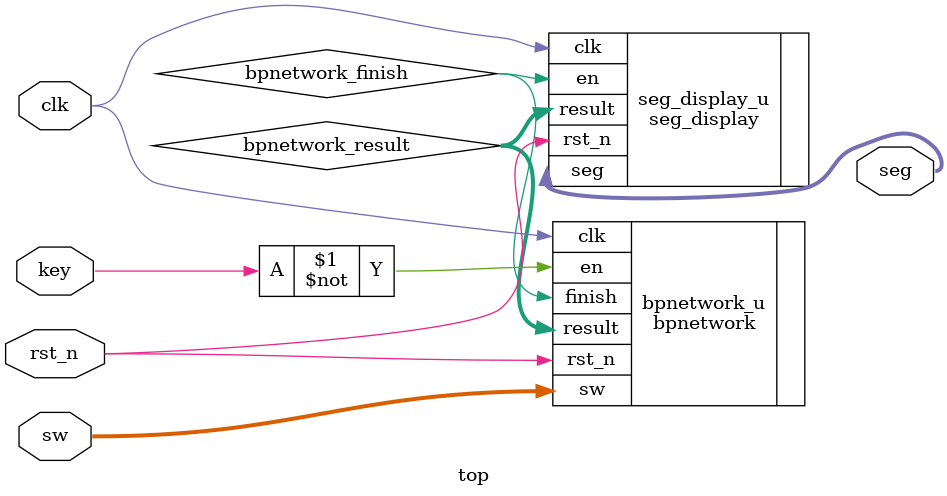
<source format=v>
module top(

	input				clk,
	input				rst_n,
	input		[8:0] sw,
	input				key,
	
	output	[6:0] seg

);

wire			bpnetwork_finish;
wire[9:0]	bpnetwork_result;

seg_display seg_display_u(
	.clk		(clk),
	.rst_n	(rst_n),
	.result	(bpnetwork_result),
	.en		(bpnetwork_finish),
	.seg		(seg)
);


bpnetwork bpnetwork_u(
	.clk		(clk),
	.rst_n	(rst_n),
	.sw		(sw),
	.en		(~key),
	.finish	(bpnetwork_finish),
	.result	(bpnetwork_result)
);


endmodule
</source>
